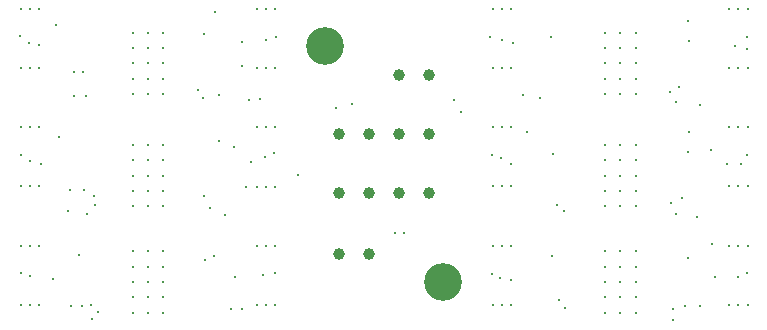
<source format=gbr>
%TF.GenerationSoftware,KiCad,Pcbnew,5.99.0-unknown-103b0c1~100~ubuntu19.10.1*%
%TF.CreationDate,2020-03-22T12:16:17+01:00*%
%TF.ProjectId,LEDBoard_4x6_p20x5,4c454442-6f61-4726-945f-3478365f7032,v1.0.0*%
%TF.SameCoordinates,Original*%
%TF.FileFunction,Plated,1,2,PTH,Drill*%
%TF.FilePolarity,Positive*%
%FSLAX46Y46*%
G04 Gerber Fmt 4.6, Leading zero omitted, Abs format (unit mm)*
G04 Created by KiCad (PCBNEW 5.99.0-unknown-103b0c1~100~ubuntu19.10.1) date 2020-03-22 12:16:17*
%MOMM*%
%LPD*%
G01*
G04 APERTURE LIST*
%TA.AperFunction,ComponentDrill*%
%ADD10C,0.200000*%
%TD*%
%TA.AperFunction,ViaDrill*%
%ADD11C,0.300000*%
%TD*%
%TA.AperFunction,ComponentDrill*%
%ADD12C,0.300000*%
%TD*%
%TA.AperFunction,ComponentDrill*%
%ADD13C,1.000000*%
%TD*%
%TA.AperFunction,ComponentDrill*%
%ADD14C,3.200000*%
%TD*%
G04 APERTURE END LIST*
D10*
%TO.C,D_0x0*%
X69230000Y-86915000D03*
X70000000Y-86915000D03*
X70770000Y-86915000D03*
%TO.C,D_2x0*%
X109230000Y-86915000D03*
X110000000Y-86915000D03*
X110770000Y-86915000D03*
%TO.C,D_0x3*%
X69230000Y-101915000D03*
X70000000Y-101915000D03*
X70770000Y-101915000D03*
%TO.C,D_2x1*%
X109230000Y-91915000D03*
X110000000Y-91915000D03*
X110770000Y-91915000D03*
%TO.C,D_0x4*%
X69230000Y-106915000D03*
X70000000Y-106915000D03*
X70770000Y-106915000D03*
%TO.C,D_3x0*%
X129230000Y-86915000D03*
X130000000Y-86915000D03*
X130770000Y-86915000D03*
%TO.C,D_0x5*%
X69230000Y-111915000D03*
X70000000Y-111915000D03*
X70770000Y-111915000D03*
%TO.C,D_3x3*%
X129230000Y-101915000D03*
X130000000Y-101915000D03*
X130770000Y-101915000D03*
%TO.C,D_3x5*%
X129230000Y-111915000D03*
X130000000Y-111915000D03*
X130770000Y-111915000D03*
%TO.C,D_2x5*%
X109230000Y-111915000D03*
X110000000Y-111915000D03*
X110770000Y-111915000D03*
%TO.C,D_1x3*%
X89230000Y-102000000D03*
X90000000Y-102000000D03*
X90770000Y-102000000D03*
%TO.C,D_1x4*%
X89230000Y-106915000D03*
X90000000Y-106915000D03*
X90770000Y-106915000D03*
%TO.C,D_1x5*%
X89230000Y-111915000D03*
X90000000Y-111915000D03*
X90770000Y-111915000D03*
%TO.C,D_0x2*%
X69230000Y-96915000D03*
X70000000Y-96915000D03*
X70770000Y-96915000D03*
%TO.C,D_3x2*%
X129230000Y-96915000D03*
X130000000Y-96915000D03*
X130770000Y-96915000D03*
%TO.C,D_2x2*%
X109230000Y-96915000D03*
X110000000Y-96915000D03*
X110770000Y-96915000D03*
%TO.C,D_2x3*%
X109230000Y-101915000D03*
X110000000Y-101915000D03*
X110770000Y-101915000D03*
%TO.C,D_1x2*%
X89230000Y-96915000D03*
X90000000Y-96915000D03*
X90770000Y-96915000D03*
%TO.C,D_1x0*%
X89230000Y-86915000D03*
X90000000Y-86915000D03*
X90770000Y-86915000D03*
%TO.C,D_3x4*%
X129230000Y-106915000D03*
X130000000Y-106915000D03*
X130770000Y-106915000D03*
%TO.C,D_1x1*%
X89230000Y-91915000D03*
X90000000Y-91915000D03*
X90770000Y-91915000D03*
%TO.C,D_3x1*%
X129230000Y-91915000D03*
X130000000Y-91915000D03*
X130770000Y-91915000D03*
%TO.C,D_0x1*%
X69230000Y-91915000D03*
X70000000Y-91915000D03*
X70770000Y-91915000D03*
%TO.C,D_2x4*%
X109230000Y-106915000D03*
X110000000Y-106915000D03*
X110770000Y-106915000D03*
%TD*%
D11*
X69175920Y-89200000D03*
X69241042Y-109247014D03*
X69250000Y-99250000D03*
X69900000Y-89800000D03*
X70000000Y-99750000D03*
X70000000Y-109500000D03*
X70800000Y-89975010D03*
X70991820Y-99974968D03*
X72000000Y-109750000D03*
X72200000Y-88200000D03*
X72500000Y-97750000D03*
X73250000Y-104000000D03*
X73400000Y-102200000D03*
X73500000Y-112000000D03*
X73750000Y-92250000D03*
X73750000Y-94250000D03*
X74135324Y-107725000D03*
X74400000Y-112000000D03*
X74500000Y-92250000D03*
X74600000Y-102200000D03*
X74750000Y-94250000D03*
X74850000Y-104250000D03*
X75219661Y-111969661D03*
X75250000Y-113175000D03*
X75474990Y-102750000D03*
X75500000Y-103500000D03*
X75750000Y-112500000D03*
X84250000Y-93750000D03*
X84700000Y-94400000D03*
X84750000Y-89000000D03*
X84750000Y-102750000D03*
X84863528Y-108112457D03*
X85275010Y-103750000D03*
X85599999Y-107800000D03*
X85700000Y-87100000D03*
X86000000Y-94200000D03*
X86000000Y-98100000D03*
X86491069Y-104286426D03*
X87000000Y-112250000D03*
X87250000Y-98599968D03*
X87400000Y-109600000D03*
X88000000Y-89700021D03*
X88000000Y-91700055D03*
X88000000Y-112250000D03*
X88300000Y-102000000D03*
X88583986Y-94600088D03*
X88710599Y-99800037D03*
X89500000Y-94474990D03*
X89781563Y-109400011D03*
X89900000Y-99400020D03*
X90038109Y-89500010D03*
X90700000Y-99100000D03*
X90750000Y-109250000D03*
X90874990Y-89250000D03*
X92700000Y-100900000D03*
X95900000Y-95300000D03*
X97300000Y-94900000D03*
X100892549Y-105825010D03*
X101700000Y-105825010D03*
X105900000Y-94600000D03*
X106500000Y-95600000D03*
X109000000Y-89250000D03*
X109125010Y-99285137D03*
X109125010Y-109287693D03*
X109830585Y-109664763D03*
X109882230Y-99543275D03*
X110000000Y-89500000D03*
X110750000Y-100000000D03*
X110750000Y-109800039D03*
X110931355Y-89800039D03*
X111800000Y-94200000D03*
X112100000Y-97300000D03*
X113200000Y-94400000D03*
X114136853Y-89225000D03*
X114175010Y-107800010D03*
X114300000Y-99200000D03*
X114600000Y-103500000D03*
X114800000Y-111500000D03*
X115200000Y-104000000D03*
X115324047Y-112216031D03*
X124198612Y-93951378D03*
X124300000Y-103300000D03*
X124500000Y-112250000D03*
X124500000Y-113250000D03*
X124750000Y-94750000D03*
X124750000Y-104250000D03*
X125000000Y-93500000D03*
X125200000Y-102900000D03*
X125500000Y-112000000D03*
X125700000Y-87900000D03*
X125700000Y-99000000D03*
X125750000Y-108000000D03*
X125800000Y-89600000D03*
X125800000Y-97300000D03*
X126500000Y-104500000D03*
X126750000Y-95000000D03*
X126750000Y-112000000D03*
X127700000Y-98800000D03*
X127750000Y-106750000D03*
X127981258Y-109600023D03*
X129000000Y-100000000D03*
X129750000Y-90000000D03*
X130000000Y-109600000D03*
X130250000Y-100000000D03*
X130750000Y-89250000D03*
X130750000Y-90250000D03*
X130750000Y-99250000D03*
X130750000Y-109250000D03*
D12*
%TO.C,U2*%
X78700000Y-98400000D03*
X78700000Y-99700000D03*
X78700000Y-101000000D03*
X78700000Y-102300000D03*
X78700000Y-103600000D03*
X80000000Y-98400000D03*
X80000000Y-99700000D03*
X80000000Y-101000000D03*
X80000000Y-102300000D03*
X80000000Y-103600000D03*
X81300000Y-98400000D03*
X81300000Y-99700000D03*
X81300000Y-101000000D03*
X81300000Y-102300000D03*
X81300000Y-103600000D03*
%TO.C,U1*%
X78700000Y-88900000D03*
X78700000Y-90200000D03*
X78700000Y-91500000D03*
X78700000Y-92800000D03*
X78700000Y-94100000D03*
X80000000Y-88900000D03*
X80000000Y-90200000D03*
X80000000Y-91500000D03*
X80000000Y-92800000D03*
X80000000Y-94100000D03*
X81300000Y-88900000D03*
X81300000Y-90200000D03*
X81300000Y-91500000D03*
X81300000Y-92800000D03*
X81300000Y-94100000D03*
%TO.C,U6*%
X118700000Y-107400000D03*
X118700000Y-108700000D03*
X118700000Y-110000000D03*
X118700000Y-111300000D03*
X118700000Y-112600000D03*
X120000000Y-107400000D03*
X120000000Y-108700000D03*
X120000000Y-110000000D03*
X120000000Y-111300000D03*
X120000000Y-112600000D03*
X121300000Y-107400000D03*
X121300000Y-108700000D03*
X121300000Y-110000000D03*
X121300000Y-111300000D03*
X121300000Y-112600000D03*
%TO.C,U5*%
X118700000Y-98400000D03*
X118700000Y-99700000D03*
X118700000Y-101000000D03*
X118700000Y-102300000D03*
X118700000Y-103600000D03*
X120000000Y-98400000D03*
X120000000Y-99700000D03*
X120000000Y-101000000D03*
X120000000Y-102300000D03*
X120000000Y-103600000D03*
X121300000Y-98400000D03*
X121300000Y-99700000D03*
X121300000Y-101000000D03*
X121300000Y-102300000D03*
X121300000Y-103600000D03*
%TO.C,U4*%
X118700000Y-88900000D03*
X118700000Y-90200000D03*
X118700000Y-91500000D03*
X118700000Y-92800000D03*
X118700000Y-94100000D03*
X120000000Y-88900000D03*
X120000000Y-90200000D03*
X120000000Y-91500000D03*
X120000000Y-92800000D03*
X120000000Y-94100000D03*
X121300000Y-88900000D03*
X121300000Y-90200000D03*
X121300000Y-91500000D03*
X121300000Y-92800000D03*
X121300000Y-94100000D03*
%TO.C,U3*%
X78700000Y-107400000D03*
X78700000Y-108700000D03*
X78700000Y-110000000D03*
X78700000Y-111300000D03*
X78700000Y-112600000D03*
X80000000Y-107400000D03*
X80000000Y-108700000D03*
X80000000Y-110000000D03*
X80000000Y-111300000D03*
X80000000Y-112600000D03*
X81300000Y-107400000D03*
X81300000Y-108700000D03*
X81300000Y-110000000D03*
X81300000Y-111300000D03*
X81300000Y-112600000D03*
D13*
%TO.C,J2*%
X96190000Y-102500000D03*
X98730000Y-102500000D03*
X101270000Y-102500000D03*
X103810000Y-102500000D03*
%TO.C,J4*%
X101270000Y-92500000D03*
X103810000Y-92500000D03*
%TO.C,J3*%
X96190000Y-107620000D03*
X98730000Y-107620000D03*
%TO.C,J1*%
X96190000Y-97500000D03*
X98730000Y-97500000D03*
X101270000Y-97500000D03*
X103810000Y-97500000D03*
D14*
%TO.C,H1*%
X95000000Y-90000000D03*
%TO.C,H2*%
X105000000Y-110000000D03*
M02*

</source>
